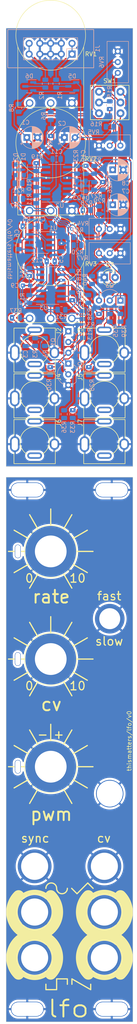
<source format=kicad_pcb>
(kicad_pcb (version 20221018) (generator pcbnew)
  (layers (0 "F.Cu" signal) (31 "B.Cu" signal) (34 "B.Paste" user) (35 "F.Paste" user) (36 "B.SilkS" user "B.Silkscreen") (37 "F.SilkS" user "F.Silkscreen") (38 "B.Mask" user) (39 "F.Mask" user) (44 "Edge.Cuts" user))
  (net 0 "")
  (net 1 "+12V")
  (net 2 "GND")
  (net 3 "-12V")
  (net 4 "/SYNC")
  (net 5 "Net-(C3-Pad2)")
  (net 6 "Net-(U1-TR)")
  (net 7 "Net-(U1-CV)")
  (net 8 "Net-(SW1A-A)")
  (net 9 "Net-(SW1A-C)")
  (net 10 "Net-(U3B--)")
  (net 11 "Net-(C9-Pad2)")
  (net 12 "Net-(U2C--)")
  (net 13 "Net-(C10-Pad2)")
  (net 14 "Net-(D1-K)")
  (net 15 "Net-(D1-A)")
  (net 16 "Net-(D2-A)")
  (net 17 "Net-(D3-A)")
  (net 18 "Net-(D5-COM)")
  (net 19 "Net-(D6-COM)")
  (net 20 "Net-(D7-A)")
  (net 21 "/FACE")
  (net 22 "Net-(J1-Pin_1)")
  (net 23 "Net-(J1-Pin_10)")
  (net 25 "/MOD")
  (net 27 "/SINE")
  (net 29 "/TRI")
  (net 31 "/RECT")
  (net 33 "/SAW")
  (net 35 "Net-(Q1-C)")
  (net 36 "Net-(Q1-B)")
  (net 37 "Net-(Q2-G)")
  (net 38 "Net-(Q3-B)")
  (net 39 "Net-(Q3-E)")
  (net 40 "Net-(R6-Pad1)")
  (net 41 "Net-(U2A--)")
  (net 42 "Net-(R7-Pad1)")
  (net 43 "/RATE")
  (net 44 "Net-(R9-Pad1)")
  (net 45 "Net-(U2A-+)")
  (net 46 "Net-(R11-Pad2)")
  (net 47 "Net-(U3A--)")
  (net 48 "Net-(SW1B-B)")
  (net 49 "Net-(R16-Pad1)")
  (net 50 "Net-(U3C--)")
  (net 51 "Net-(R24-Pad2)")
  (net 52 "Net-(U2D--)")
  (net 53 "Net-(R28-Pad2)")
  (net 54 "Net-(U3D--)")
  (net 55 "Net-(R32-Pad2)")
  (net 56 "/R_RECT")
  (net 57 "Net-(R34-Pad2)")
  (net 58 "Net-(R37-Pad1)")
  (net 59 "Net-(R38-Pad2)")
  (net 60 "/PW")
  (net 61 "Net-(SW1B-A)")
  (net 62 "Net-(SW1B-C)")
  (footprint "Eurorack:Mech-AudioJack-Hole-Output" (layer "F.Cu") (at 88.011 243.311)
    (fp_text reference "H11")
    (fp_text value "SINE-jack_out" hide)
  )
  (footprint "Eurorack:Potentiometer_RV16AF-41-15R1" (layer "F.Cu") (at 91.821 36.431)
    (fp_text reference "RV1")
    (fp_text value "B10K")
  )
  (footprint "Eurorack:Mech-AudioJack-Hole" (layer "F.Cu") (at 104.521 232.516)
    (fp_text reference "H10")
    (fp_text value "CV-jack_in" hide)
  )
  (footprint "Eurorack:AudioJack2_Tayda_A-2566" (layer "F.Cu") (at 104.521 110.726)
    (fp_text reference "J3")
    (fp_text value "AudioJack2_SwitchT")
  )
  (footprint "Eurorack:Mech-MountingHole" (layer "F.Cu") (at 86.266 143.716)
    (fp_text reference "H1")
    (fp_text value "MH")
  )
  (footprint "Eurorack:Mech-MountingHole" (layer "F.Cu") (at 106.266 143.716)
    (fp_text reference "H2")
    (fp_text value "MH")
  )
  (footprint "Eurorack:AudioJack2_Tayda_A-2566" (layer "F.Cu") (at 104.521 121.521)
    (fp_text reference "J5")
    (fp_text value "AudioJack2_SwitchT")
  )
  (footprint "Eurorack:Potentiometer_RV16AF-41-15R1" (layer "F.Cu") (at 91.821 87.231)
    (fp_text reference "RV3")
    (fp_text value "B10K")
  )
  (footprint "Eurorack:Mech-AudioJack-Hole" (layer "F.Cu") (at 88.011 232.516)
    (fp_text reference "H9")
    (fp_text value "SYNC-jack_in" hide)
  )
  (footprint "Eurorack:AudioJack2_Tayda_A-2566" (layer "F.Cu") (at 88.011 132.316)
    (fp_text reference "J6")
    (fp_text value "AudioJack2_SwitchT")
  )
  (footprint "Eurorack:Mech-AudioJack-Hole-Output" (layer "F.Cu") (at 88.011 254.106 180)
    (fp_text reference "H13")
    (fp_text value "RECT-jack_out" hide)
  )
  (footprint "Eurorack:Mech-LED-Hole-3mm-Bezel" (layer "F.Cu") (at 105.791 215.371)
    (fp_text reference "H8" hide)
    (fp_text value "LED")
  )
  (footprint "LED_THT:LED_D3.0mm" (layer "F.Cu") (at 104.521 93.581)
    (fp_text reference "D7")
    (fp_text value "LED")
  )
  (footprint "Eurorack:AudioJack2_Tayda_A-2566" (layer "F.Cu") (at 104.521 132.316)
    (fp_text reference "J7")
    (fp_text value "AudioJack2_SwitchT")
  )
  (footprint "Eurorack:Mech-Potentiometer-Hole_pan" (layer "F.Cu") (at 91.821 209.021)
    (fp_text reference "H7")
    (fp_text value "PW-pot" hide)
  )
  (footprint "Eurorack:Mech-2M_Switch-Hole" (layer "F.Cu") (at 105.791 174.096)
    (fp_text reference "H15" hide)
    (fp_text value "RANGE")
  )
  (footprint "Eurorack:AudioJack2_Tayda_A-2566" (layer "F.Cu") (at 88.011 121.521)
    (fp_text reference "J4")
    (fp_text value "AudioJack2_SwitchT")
  )
  (footprint "Eurorack:Mech-Potentiometer-Hole_level" (layer "F.Cu") (at 91.821 158.221)
    (fp_text reference "H5")
    (fp_text value "Rate-pot_lvl" hide)
  )
  (footprint "Eurorack:AudioJack2_Tayda_A-2566" (layer "F.Cu") (at 88.011 110.726)
    (fp_text reference "J2")
    (fp_text value "AudioJack2_SwitchT")
  )
  (footprint "Eurorack:Mech-AudioJack-Hole-Output" (layer "F.Cu") (at 104.521 243.311)
    (fp_text reference "H12")
    (fp_text value "TRI-jack_out" hide)
  )
  (footprint "Eurorack:Mech-MountingHole" (layer "F.Cu") (at 86.266 266.216)
    (fp_text reference "H4")
    (fp_text value "MH")
  )
  (footprint "Eurorack:Mech-MountingHole" (layer "F.Cu") (at 106.266 266.216)
    (fp_text reference "H3")
    (fp_text value "MH")
  )
  (footprint "Eurorack:Potentiometer_RV16AF-41-15R1" (layer "F.Cu") (at 91.821 61.831)
    (fp_text reference "RV2")
    (fp_text value "B50K")
  )
  (footprint "Eurorack:Mech-Potentiometer-Hole_level" (layer "F.Cu") (at 91.821 183.621)
    (fp_text reference "H6")
    (fp_text value "FM-pot_lvl" hide)
  )
  (footprint "Eurorack:Mech-AudioJack-Hole-Output" (layer "F.Cu") (at 104.521 254.106 180)
    (fp_text reference "H14")
    (fp_text value "SAW-jack_out" hide)
  )
  (footprint "Eurorack:Switch_DPDT_Tayda_A-5752" (layer "F.Cu") (at 105.791 52.306)
    (fp_text reference "SW1")
    (fp_text value "SW_DPDT_x2")
  )
  (footprint "Resistor_SMD:R_0805_2012Metric" (layer "B.Cu") (at 102.108 68.181 90)
    (fp_text reference "R24")
    (fp_text value "150K")
  )
  (footprint "Capacitor_SMD:C_0805_2012Metric" (layer "B.Cu") (at 84.201 85.961 90)
    (fp_text reference "C6")
    (fp_text value "10n")
  )
  (footprint "Resistor_SMD:R_0805_2012Metric" (layer "B.Cu") (at 99.441 106.916 90)
    (fp_text reference "R13")
    (fp_text value "820")
  )
  (footprint "Resistor_SMD:R_0805_2012Metric" (layer "B.Cu") (at 105.791 103.106 90)
    (fp_text reference "R35")
    (fp_text value "4.7K")
  )
  (footprint "Resistor_SMD:R_0805_2012Metric" (layer "B.Cu") (at 88.392 67.546 -90)
    (fp_text reference "R19")
    (fp_text value "100K")
  )
  (footprint "Resistor_SMD:R_0805_2012Metric" (layer "B.Cu") (at 91.821 55.481 -90)
    (fp_text reference "R6")
    (fp_text value "100K")
  )
  (footprint "Resistor_SMD:R_0805_2012Metric" (layer "B.Cu") (at 88.392 75.166 -90)
    (fp_text reference "R11")
    (fp_text value "100K")
  )
  (footprint "Resistor_SMD:R_0805_2012Metric" (layer "B.Cu") (at 91.821 59.291 90)
    (fp_text reference "R9")
    (fp_text value "100K")
  )
  (footprint "Resistor_SMD:R_0805_2012Metric" (layer "B.Cu") (at 84.328 75.039)
    (fp_text reference "R7")
    (fp_text value "100K")
  )
  (footprint "Resistor_SMD:R_0805_2012Metric" (layer "B.Cu") (at 103.251 77.706 90)
    (fp_text reference "R29")
    (fp_text value "1.5K")
  )
  (footprint "Capacitor_THT:CP_Radial_D5.0mm_P2.50mm" (layer "B.Cu") (at 106.490888 68.181)
    (fp_text reference "C8")
    (fp_text value "1u/35V")
  )
  (footprint "Resistor_SMD:R_0805_2012Metric" (layer "B.Cu") (at 84.201 53.576 -90)
    (fp_text reference "R8")
    (fp_text value "12K")
  )
  (footprint "Resistor_SMD:R_0805_2012Metric" (layer "B.Cu") (at 102.108 71.991 90)
    (fp_text reference "R27")
    (fp_text value "22K")
  )
  (footprint "Resistor_SMD:R_0805_2012Metric" (layer "B.Cu") (at 99.314 102.471 -90)
    (fp_text reference "R38")
    (fp_text value "15K")
  )
  (footprint "Resistor_SMD:R_0805_2012Metric" (layer "B.Cu") (at 104.14 71.991 90)
    (fp_text reference "R26")
    (fp_text value "150K")
  )
  (footprint "Resistor_SMD:R_0805_2012Metric" (layer "B.Cu") (at 90.551 47.861 90)
    (fp_text reference "R2")
    (fp_text value "10")
  )
  (footprint "Resistor_SMD:R_0805_2012Metric" (layer "B.Cu") (at 86.741 98.661 -90)
    (fp_text reference "R17")
    (fp_text value "200K")
  )
  (footprint "Diode_SMD:D_SOD-323_HandSoldering" (layer "B.Cu") (at 98.044 71.991 -90)
    (fp_text reference "D3")
    (fp_text value "1N4148")
  )
  (footprint "Potentiometer_THT:Potentiometer_Bourns_3296W_Vertical" (layer "B.Cu") (at 103.241 87.866 180)
    (fp_text reference "RV7")
    (fp_text value "50K")
  )
  (footprint "Capacitor_SMD:C_0805_2012Metric" (layer "B.Cu") (at 91.821 89.771)
    (fp_text reference "C12")
    (fp_text value "100n")
  )
  (footprint "Capacitor_SMD:C_0603_1608Metric_Pad1.08x0.95mm_HandSolder" (layer "B.Cu") (at 86.106 95.486 180)
    (fp_text reference "C9")
    (fp_text value "120p")
  )
  (footprint "Resistor_SMD:R_0805_2012Metric" (layer "B.Cu") (at 100.711 98.661 -90)
    (fp_text reference "R12")
    (fp_text value "27K")
  )
  (footprint "Package_TO_SOT_SMD:SOT-23" (layer "B.Cu") (at 86.741 48.496 180)
    (fp_text reference "D6")
    (fp_text value "BAT54S")
  )
  (footprint "Resistor_SMD:R_0805_2012Metric" (layer "B.Cu") (at 96.901 98.026 -90)
    (fp_text reference "R32")
    (fp_text value "100K")
  )
  (footprint "Resistor_SMD:R_0805_2012Metric" (layer "B.Cu") (at 105.791 58.021)
    (fp_text reference "R16")
    (fp_text value "2.7K")
  )
  (footprint "Resistor_SMD:R_0805_2012Metric" (layer "B.Cu") (at 108.331 103.106 -90)
    (fp_text reference "R39")
    (fp_text value "47K")
  )
  (footprint "Resistor_SMD:R_0805_2012Metric" (layer "B.Cu") (at 90.424 108.821 -90)
    (fp_text reference "R4")
    (fp_text value "100K")
  )
  (footprint "Resistor_SMD:R_0805_2012Metric" (layer "B.Cu") (at 86.741 92.311 -90)
    (fp_text reference "R14")
    (fp_text value "100K")
  )
  (footprint "Resistor_SMD:R_0805_2012Metric" (layer "B.Cu") (at 98.171 85.961)
    (fp_text reference "R20")
    (fp_text value "100K")
  )
  (footprint "Potentiometer_THT:Potentiometer_Bourns_3296W_Vertical" (layer "B.Cu") (at 107.696 40.231 90)
    (fp_text reference "RV6")
    (fp_text value "10K")
  )
  (footprint "Capacitor_THT:CP_Radial_D5.0mm_P2.50mm" (layer "B.Cu") (at 95.060888 60.561)
    (fp_text reference "C2")
    (fp_text value "22u/35V")
  )
  (footprint "Resistor_SMD:R_0805_2012Metric" (layer "B.Cu") (at 93.091 47.861 90)
    (fp_text reference "R1")
    (fp_text value "10")
  )
  (footprint "Resistor_SMD:R_0805_2012Metric" (layer "B.Cu") (at 103.251 103.106 -90)
    (fp_text reference "R34")
    (fp_text value "10K")
  )
  (footprint "Capacitor_SMD:C_0805_2012Metric" (layer "B.Cu") (at 93.218 65.641)
    (fp_text reference "C11")
    (fp_text value "100n")
  )
  (footprint "Potentiometer_THT:Potentiometer_Bourns_3296W_Vertical" (layer "B.Cu") (at 103.241 62.466 180)
    (fp_text reference "RV5")
    (fp_text value "10K")
  )
  (footprint "Resistor_SMD:R_0805_2012Metric" (layer "B.Cu") (at 101.6 94.216 90)
    (fp_text reference "R40")
    (fp_text value "1K")
  )
  (footprint "Diode_SMD:D_SOD-323_HandSoldering" (layer "B.Cu") (at 83.566 68.181 -90)
    (fp_text reference "D2")
    (fp_text value "1N4148")
  )
  (footprint "Potentiometer_THT:Potentiometer_Bourns_3296W_Vertical" (layer "B.Cu") (at 103.241 82.151 180)
    (fp_text reference "RV4")
    (fp_text value "50K")
  )
  (footprint "Resistor_SMD:R_0805_2012Metric" (layer "B.Cu") (at 100.33 77.706 180)
    (fp_text reference "R28")
    (fp_text value "15K")
  )
  (footprint "Resistor_SMD:R_0805_2012Metric" (layer "B.Cu") (at 91.694 115.679 90)
    (fp_text reference "R30")
    (fp_text value "1K")
  )
  (footprint "Resistor_SMD:R_0805_2012Metric" (layer "B.Cu") (at 94.361 101.201)
    (fp_text reference "R31")
    (fp_text value "100K")
  )
  (footprint "Diode_SMD:D_SOD-323_HandSoldering" (layer "B.Cu") (at 100.076 71.991 90)
    (fp_text reference "D4")
    (fp_text value "1N4148")
  )
  (footprint "Package_TO_SOT_SMD:SOT-23" (layer "B.Cu") (at 96.901 48.496 180)
    (fp_text reference "D5")
    (fp_text value "BAT54S")
  )
  (footprint "Package_TO_SOT_THT:TO-92_Inline_Wide" (layer "B.Cu") (at 108.331 99.021 180)
    (fp_text reference "Q3")
    (fp_text value "BC547")
  )
  (footprint "Capacitor_SMD:C_0805_2012Metric" (layer "B.Cu") (at 94.361 86.469 90)
    (fp_text reference "C5")
    (fp_text value "100n")
  )
  (footprint "Capacitor_SMD:C_0805_2012Metric" (layer "B.Cu") (at 85.852 108.821 -90)
    (fp_text reference "C3")
    (fp_text value "10n")
  )
  (footprint "Package_TO_SOT_THT:TO-92_Inline_Wide" (layer "B.Cu") (at 95.991 113.901 -90)
    (fp_text reference "Q2")
    (fp_text value "BS170")
  )
  (footprint "Package_SO:SOIC-14_3.9x8.7mm_P1.27mm" (layer "B.Cu") (at 93.218 71.356)
    (fp_text reference "U2")
    (fp_text value "TL074")
  )
  (footprint "Package_SO:SOIC-14_3.9x8.7mm_P1.27mm" (layer "B.Cu") (at 91.821 95.486)
    (fp_text reference "U3")
    (fp_text value "TL074")
  )
  (footprint "Resistor_SMD:R_0805_2012Metric" (layer "B.Cu") (at 84.201 71.356 180)
    (fp_text reference "R21")
    (fp_text value "100K")
  )
  (footprint "Capacitor_SMD:C_0805_2012Metric" (layer "B.Cu") (at 100.076 68.181 90)
    (fp_text reference "C10")
    (fp_text value "1n")
  )
  (footprint "Capacitor_SMD:C_0805_2012Metric" (layer "B.Cu") (at 89.662 81.516 180)
    (fp_text reference "C4")
    (fp_text value "47n")
  )
  (footprint "Eurorack:PinHeader_2x05_P2.54mm_Vertical" (layer "B.Cu") (at 96.8629 40.8887 90)
    (fp_text reference "J1")
    (fp_text value "Conn_02x05_Odd_Even")
  )
  (footprint "Resistor_SMD:R_0805_2012Metric" (layer "B.Cu") (at 100.838 115.679 90)
    (fp_text reference "R25")
    (fp_text value "1K")
  )
  (footprint "Resistor_SMD:R_0805_2012Metric" (layer "B.Cu") (at 96.901 92.946 -90)
    (fp_text reference "R18")
    (fp_text value "10K")
  )
  (footprint "Resistor_SMD:R_0805_2012Metric" (layer "B.Cu") (at 88.392 71.356 -90)
    (fp_text reference "R10")
    (fp_text value "8.2K")
  )
  (footprint "Resistor_SMD:R_0805_2012Metric" (layer "B.Cu") (at 98.171 84.056 180)
    (fp_text reference "R22")
    (fp_text value "50K")
  )
  (footprint "Capacitor_THT:CP_Radial_D5.0mm_P2.50mm" (layer "B.Cu") (at 86.170887 60.561)
    (fp_text reference "C1")
    (fp_text value "22u/35V")
  )
  (footprint "Resistor_SMD:R_0805_2012Metric" (layer "B.Cu") (at 97.028 125.839 90)
    (fp_text reference "R33")
    (fp_text value "1K")
  )
  (footprint "Resistor_SMD:R_0805_2012Metric" (layer "B.Cu") (at 86.106 81.516)
    (fp_text reference "R5")
    (fp_text value "1K")
  )
  (footprint "Resistor_SMD:R_0805_2012Metric" (layer "B.Cu") (at 88.138 108.821 -90)
    (fp_text reference "R3")
    (fp_text value "10K")
  )
  (footprint "Package_TO_SOT_THT:TO-92_Inline_Wide" (layer "B.Cu") (at 95.991 106.281 -90)
    (fp_text reference "Q1")
    (fp_text value "BC557")
  )
  (footprint "Resistor_SMD:R_0805_2012Metric" (layer "B.Cu") (at 94.996 125.839 90)
    (fp_text reference "R36")
    (fp_text value "1K")
  )
  (footprint "Resistor_SMD:R_0805_2012Metric" (layer "B.Cu") (at 83.566 103.106 180)
    (fp_text reference "R37")
    (fp_text value "15K")
  )
  (footprint "Resistor_SMD:R_0805_2012Metric" (layer "B.Cu") (at 105.791 52.941 90)
    (fp_text reference "R15")
    (fp_text value "100K")
  )
  (footprint "Diode_SMD:D_SOD-323_HandSoldering" (layer "B.Cu") (at 85.471 68.181 90)
    (fp_text reference "D1")
    (fp_text value "1N4148")
  )
  (footprint "Package_SO:SOIC-8_3.9x4.9mm_P1.27mm" (layer "B.Cu") (at 89.281 85.326 180)
    (fp_text reference "U1")
    (fp_text value "ICM7555xB")
  )
  (footprint "Resistor_SMD:R_0805_2012Metric" (layer "B.Cu") (at 98.044 68.181 90)
    (fp_text reference "R23")
    (fp_text value "200K")
  )
  (footprint "Capacitor_THT:CP_Radial_D5.0mm_P2.50mm" (layer "B.Cu") (at 106.490887 76.436)
    (fp_text reference "C7")
    (fp_text value "10u/35V")
  )
  (gr_line (start 95.758 259.08) (end 95.758 260.35) (stroke (width 0.3)) (layer "F.SilkS"))
  (gr_line (start 93.218 261.62) (end 93.218 259.08) (stroke (width 0.3)) (layer "F.SilkS"))
  (gr_line (start 96.8375 259.08) (end 101.2825 261.62) (stroke (width 0.3)) (layer "F.SilkS"))
  (gr_line (start 96.774 237.7186) (end 98.044 238.9886) (stroke (width 0.3)) (layer "F.SilkS"))
  (gr_line (start 90.678 261.62) (end 93.218 261.62) (stroke (width 0.3)) (layer "F.SilkS"))
  (gr_line (start 90.678 260.35) (end 90.678 261.62) (stroke (width 0.3)) (layer "F.SilkS"))
  (gr_line (start 98.044 238.9886) (end 100.584 236.4486) (stroke (width 0.3)) (layer "F.SilkS"))
  (gr_arc (start 95.758 237.7186) (mid 94.488 238.9886) (end 93.218 237.7186) (stroke (width 0.3)) (layer "F.SilkS"))
  (gr_line (start 93.218 259.08) (end 95.758 259.08) (stroke (width 0.3)) (layer "F.SilkS"))
  (gr_line (start 96.8375 260.35) (end 96.8375 259.08) (stroke (width 0.3)) (layer "F.SilkS"))
  (gr_line (start 101.2825 261.62) (end 101.2825 260.35) (stroke (width 0.3)) (layer "F.SilkS"))
  (gr_arc (start 90.678 237.7186) (mid 91.948 236.4486) (end 93.218 237.7186) (stroke (width 0.3)) (layer "F.SilkS"))
  (gr_line (start 100.584 236.4486) (end 101.854 237.7186) (stroke (width 0.3)) (layer "F.SilkS"))
  (gr_rect (start 81.266 140.716) (end 111.266 269.216) (stroke (width 0.1)) (fill none) (layer "Edge.Cuts"))
  (gr_rect (start 81.266 34.78) (end 111.266 138.176) (stroke (width 0.1)) (fill none) (layer "Edge.Cuts"))
  (gr_text "thismatters/lfo/v0" (at 81.534 86.868 -90) (layer "B.SilkS") (effects (font (size 1 1)) (justify bottom mirror)))
  (gr_text "fast" (at 105.664 169.926) (layer "F.SilkS") (effects (font (size 2 2) (thickness 0.3)) (justify bottom)))
  (gr_text "thismatters/lfo/v0" (at 110.998 202.946 90) (layer "F.SilkS") (effects (font (size 1 1)) (justify bottom)))
  (gr_text "lfo" (at 96.012 268.478) (layer "F.SilkS") (effects (font (size 4 5) (thickness 0.45)) (justify bottom)))
  (gr_text "cv" (at 91.948 196.088) (layer "F.SilkS") (effects (font (size 3 3) (thickness 0.45)) (justify bottom)))
  (gr_text "pwm" (at 91.948 221.996) (layer "F.SilkS") (effects (font (size 3 3) (thickness 0.45)) (justify bottom)))
  (gr_text "cv" (at 104.394 227.076) (layer "F.SilkS") (effects (font (size 2 2) (thickness 0.3) bold) (justify bottom)))
  (gr_text "sync" (at 88.138 227.076) (layer "F.SilkS") (effects (font (size 2 2) (thickness 0.3) bold) (justify bottom)))
  (gr_text "rate" (at 91.948 170.688) (layer "F.SilkS") (effects (font (size 3 3) (thickness 0.45)) (justify bottom)))
  (gr_text "slow" (at 105.664 180.594) (layer "F.SilkS") (effects (font (size 2 2) (thickness 0.3)) (justify bottom)))
  (segment (start 103.241 80.49) (end 103.241 82.151) (width 0.25) (layer "F.Cu") (net 1))
  (segment (start 92.546 59.602396) (end 94.185396 57.963) (width 0.25) (layer "F.Cu") (net 1))
  (segment (start 92.546 61.196) (end 92.546 59.602396) (width 0.25) (layer "F.Cu") (net 1))
  (segment (start 94.185396 57.963) (end 97.732 57.963) (width 0.25) (layer "F.Cu") (net 1))
  (segment (start 97.732 57.963) (end 100.584 60.815) (width 0.25) (layer "F.Cu") (net 1))
  (segment (start 104.865 68.943) (end 104.865 71.483) (width 0.25) (layer "F.Cu") (net 1))
  (segment (start 95.824604 111.361) (end 93.247604 113.938) (width 0.25) (layer "F.Cu") (net 1))
  (segment (start 86.170887 62.657887) (end 86.170887 60.561) (width 0.25) (layer "F.Cu") (net 1))
  (segment (start 104.357 71.991) (end 103.863896 71.991) (width 0.25) (layer "F.Cu") (net 1))
  (segment (start 103.241 87.866) (end 108.331 92.956) (width 0.25) (layer "F.Cu") (net 1))
  (segment (start 108.331 92.956) (end 108.331 99.021) (width 0.25) (layer "F.Cu") (net 1))
  (segment (start 89.117 64.625) (end 89.117 67.652) (width 0.25) (layer "F.Cu") (net 1))
  (segment (start 95.991 111.361) (end 95.824604 111.361) (width 0.25) (layer "F.Cu") (net 1))
  (segment (start 90.871 89.771) (end 90.871 94.8885) (width 0.25) (layer "F.Cu") (net 1))
  (segment (start 103.863896 71.991) (end 101.721 74.133896) (width 0.25) (layer "F.Cu") (net 1))
  (segment (start 104.865 71.483) (end 104.357 71.991) (width 0.25) (layer "F.Cu") (net 1))
  (segment (start 88.842 87.742) (end 90.871 89.771) (width 0.25) (layer "F.Cu") (net 1))
  (segment (start 91.294 113.938) (end 84.45225 107.09625) (width 0.25) (layer "F.Cu") (net 1))
  (segment (start 100.584 60.815) (end 100.584 64.662) (width 0.25) (layer "F.Cu") (net 1))
  (segment (start 101.721 74.133896) (end 101.721 78.97) (width 0.25) (layer "F.Cu") (net 1))
  (segment (start 82.6535 103.106) (end 84.45225 104.90475) (width 0.25) (layer "F.Cu") (net 1))
  (segment (start 101.721 78.97) (end 103.241 80.49) (width 0.25) (layer "F.Cu") (net 1))
  (segment (start 103.241 87.866) (end 103.241 82.151) (width 0.25) (layer "F.Cu") (net 1))
  (segment (start 84.45225 107.09625) (end 84.45225 104.90475) (width 0.25) (layer "F.Cu") (net 1))
  (segment (start 93.247604 113.938) (end 91.294 113.938) (width 0.25) (layer "F.Cu") (net 1))
  (segment (start 90.871 94.8885) (end 82.6535 103.106) (width 0.25) (layer "F.Cu") (net 1))
  (segment (start 100.584 64.662) (end 104.865 68.943) (width 0.25) (layer "F.Cu") (net 1))
  (segment (start 88.138 64.625) (end 86.170887 62.657887) (width 0.25) (layer "F.Cu") (net 1))
  (segment (start 89.117 64.625) (end 92.546 61.196) (width 0.25) (layer "F.Cu") (net 1))
  (segment (start 88.842 67.927) (end 88.842 87.742) (width 0.25) (layer "F.Cu") (net 1))
  (segment (start 89.117 64.625) (end 88.138 64.625) (width 0.25) (layer "F.Cu") (net 1))
  (segment (start 89.117 67.652) (end 88.842 67.927) (width 0.25) (layer "F.Cu") (net 1))
  (via (at 82.6535 103.106) (size 0.8) (drill 0.4) (layers "F.Cu" "B.Cu") (net 1))
  (via (at 90.871 89.771) (size 0.8) (drill 0.4) (layers "F.Cu" "B.Cu") (net 1))
  (segment (start 87.978499 49.745999) (end 87.6785 49.446) (width 0.25) (layer "B.Cu") (net 1))
  (segment (start 83.176 57.566113) (end 86.170887 60.561) (width 0.25) (layer "B.Cu") (net 1))
  (segment (start 86.806 83.421) (end 88.874604 83.421) (width 0.25) (layer "B.Cu") (net 1))
  (segment (start 97.5385 49.746) (end 87.978499 49.745999) (width 0.25) (layer "B.Cu") (net 1))
  (segment (start 90.871 89.771) (end 90.871 88.116) (width 0.25) (layer "B.Cu") (net 1))
  (segment (start 90.871 89.771) (end 90.871 94.341908) (width 0.25) (layer "B.Cu") (net 1))
  (segment (start 83.176 53.6885) (end 83.176 57.566113) (width 0.25) (layer "B.Cu") (net 1))
  (segment (start 97.8385 49.446) (end 97.5385 49.746) (width 0.25) (layer "B.Cu") (net 1))
  (segment (start 88.874604 83.421) (end 90.456 85.002396) (width 0.25) (layer "B.Cu") (net 1))
  (segment (start 84.461 52.6635) (end 87.6785 49.446) (width 0.25) (layer "B.Cu") (net 1))
  (segment (start 92.268 65.641) (end 91.250887 65.641) (width 0.25) (layer "B.Cu") (net 1))
  (segment (start 91.756 87.231) (end 94.173 87.231) (width 0.25) (layer "B.Cu") (net 1))
  (segment (start 84.201 52.6635) (end 83.176 53.6885) (width 0.25) (layer "B.Cu") (net 1))
  (segment (start 90.871 94.341908) (end 89.726908 95.486) (width 0.25) (layer "B.Cu") (net 1))
  (segment (start 95.991 111.361) (end 99.441 107.911) (width 0.25) (layer "B.Cu") (net 1))
  (segment (start 92.268 70.805999) (end 92.268 65.641) (width 0.25) (layer "B.Cu") (net 1))
  (segment (start 90.743 71.356) (end 91.717999 71.356) (width 0.25) (layer "B.Cu") (net 1))
  (segment (start 90.781001 87.231) (end 91.756 87.231) (width 0.25) (layer "B.Cu") (net 1))
  (segment (start 90.456 86.905999) (end 90.781001 87.231) (width 0.25) (layer "B.Cu") (net 1))
  (segment (start 90.456 85.002396) (end 90.456 86.905999) (width 0.25) (layer "B.Cu") (net 1))
  (segment (start 91.250887 65.641) (end 86.170887 60.561) (width 0.25) (layer "B.Cu") (net 1))
  (segment (start 90.871 88.116) (end 91.756 87.231) (width 0.25) (layer "B.Cu") (net 1))
  (segment (start 91.717999 71.356) (end 92.268 70.805999) (width 0.25) (layer "B.Cu") (net 1))
  (segment (start 93.861062 90.449237) (end 91.44 92.870299) (width 0.25) (layer "F.Cu") (net 2))
  (segment (start 90.743 70.086) (end 89.916 70.913) (width 0.25) (layer "F.Cu") (net 2))
  (segment (start 91.44 96.121) (end 90.932 96.629) (width 0.25) (layer "F.Cu") (net 2))
  (segment (start 94.361 80.291) (end 94.361 85.519) (width 0.25) (layer "F.Cu") (net 2))
  (segment (start 89.916 86.106) (end 89.916 86.5565) (width 0.25) (layer "F.Cu") (net 2))
  (segment (start 96.43628 109.896) (end 97.536 108.79628) (width 0.25) (layer "F.Cu") (net 2))
  (segment (start 97.536 108.79628) (end 97.536 105.156) (width 0.25) (layer "F.Cu") (net 2))
  (segment (start 94.361 80.291) (end 94.361 83.741) (width 0.25) (layer "F.Cu") (net 2))
  (segment (start 95.060888 69.453888) (end 95.693 70.086) (width 0.25) (layer "F.Cu") (net 2))
  (segment (start 96.821 77.831) (end 94.361 80.291) (width 0.25) (layer "F.Cu") (net 2))
  (segment (start 91.44 92.870299) (end 91.44 96.121) (width 0.25) (layer "F.Cu") (net 2))
  (segment (start 93.861062 86.018938) (end 93.861062 90.449237) (width 0.25) (layer "F.Cu") (net 2))
  (segment (start 95.693 70.086) (end 90.743 70.086) (width 0.25) (layer "F.Cu") (net 2))
  (segment (start 89.916 70.913) (end 89.916 86.106) (width 0.25) (layer "F.Cu") (net 2))
  (segment (start 92.711 111.326) (end 94.141 109.896) (width 0.25) (layer "F.Cu") (net 2))
  (segment (start 95.060888 60.561) (end 95.060888 69.453888) (width 0.25) (layer "F.Cu") (net 2))
  (segment (start 89.916 86.5565) (end 89.7315 86.741) (width 0.25) (layer "F.Cu") (net 2))
  (segment (start 94.361 85.519) (end 93.861062 86.018938) (width 0.25) (layer "F.Cu") (net 2))
  (segment (start 94.141 109.896) (end 96.43628 109.896) (width 0.25) (layer "F.Cu") (net 2))
  (via (at 95.693 70.086) (size 0.8) (drill 0.4) (layers "F.Cu" "B.Cu") (net 2))
  (via (at 89.7315 86.741) (size 0.8) (drill 0.4) (layers "F.Cu" "B.Cu") (net 2))
  (via (at 94.361 85.519) (size 0.8) (drill 0.4) (layers "F.Cu" "B.Cu") (net 2))
  (via (at 97.536 105.156) (size 0.8) (drill 0.4) (layers "F.Cu" "B.Cu") (net 2))
  (via (at 90.932 96.629) (size 0.8) (drill 0.4) (layers "F.Cu" "B.Cu") (net 2))
  (via (at 90.743 70.086) (size 0.8) (drill 0.4) (layers "F.Cu" "B.Cu") (net 2))
  (segment (start 91.1185 109.7335) (end 92.711 111.326) (width 0.25) (layer "B.Cu") (net 2))
  (segment (start 91.756 83.421) (end 94.041 83.421) (width 0.25) (layer "B.Cu") (net 2))
  (segment (start 94.361 83.741) (end 94.361 85.519) (width 0.25) (layer "B.Cu") (net 2))
  (segment (start 94.296 96.756) (end 93.321001 96.756) (width 0.25) (layer "B.Cu") (net 2))
  (segment (start 108.896 44.266) (end 106.356 44.266) (width 0.25) (layer "B.Cu") (net 2))
  (segment (start 95.693 70.086) (end 97.389 70.086) (width 0.25) (layer "B.Cu") (net 2))
  (segment (start 109.601 43.561) (end 108.896 44.266) (width 0.25) (layer "B.Cu") (net 2))
  (segment (start 90.932 96.629) (end 89.473 96.629) (width 0.25) (layer "B.Cu") (net 2))
  (segment (start 109.221 107.4485) (end 109.221 111.326) (width 0.25) (layer "B.Cu") (net 2))
  (segment (start 98.044 70.741) (end 100.076 70.741) (width 0.25) (layer "B.Cu") (net 2))
  (segment (start 108.990888 68.181) (end 108.990887 76.436) (width 0.25) (layer "B.Cu") (net 2))
  (segment (start 105.791 104.0185) (end 109.221 107.4485) (width 0.25) (layer "B.Cu") (net 2))
  (segment (start 97.389 70.086) (end 98.044 70.741) (width 0.25) (layer "B.Cu") (net 2))
  (segment (start 107.696 40.231) (end 109.601 42.136) (width 0.25) (layer "B.Cu") (net 2))
  (segment (start 93.321001 96.756) (end 91.946 95.380999) (width 0.25) (layer "B.Cu") (net 2))
  (segment (start 106.356 44.266) (end 105.791 44.831) (width 0.25) (layer "B.Cu") (net 2))
  (segment (start 94.041 83.421) (end 94.361 83.741) (width 0.25) (layer "B.Cu") (net 2))
  (segment (start 109.601 42.136) (end 109.601 43.561) (width 0.25) (layer "B.Cu") (net 2))
  (segment (start 100.076 70.741) (end 101.7705 70.741) (width 0.25) (layer "B.Cu") (net 2))
  (segment (start 90.743 70.086) (end 88.7495 70.086) (width 0.25) (layer "B.Cu") (net 2))
  (segment (start 90.424 109.7335) (end 91.1185 109.7335) (width 0.25) (layer "B.Cu") (net 2))
  (segment (start 93.726 77.071) (end 97.560888 73.236112) (width 0.25) (layer "F.Cu") (net 3))
  (segment (start 92.7362 89.7362) (end 92.7362 80.373) (width 0.25) (layer "F.Cu") (net 3))
  (segment (start 97.560888 73.236112) (end 97.560888 60.561) (width 0.25) (layer "F.Cu") (net 3))
  (segment (start 93.726 79.3832) (end 93.726 77.071) (width 0.25) (layer "F.Cu") (net 3))
  (segment (start 92.7362 80.373) (end 93.726 79.3832) (width 0.25) (layer "F.Cu") (net 3))
  (via (at 92.7362 89.7362) (size 0.8) (drill 0.4) (layers "F.Cu" "B.Cu") (net 3))
  (segment (start 87.6785 47.546) (end 87.978499 47.845999) (width 0.25) (layer "B.Cu") (net 3))
  (segment (start 98.901 59.220888) (end 97.560888 60.561) (width 0.25) (layer "B.Cu") (net 3))
  (segment (start 104.1635 60.561) (end 106.7035 58.021) (width 0.25) (layer "B.Cu") (net 3))
  (segment (start 97.560888 60.561) (end 104.1635 60.561) (width 0.25) (layer "B.Cu") (net 3))
  (segment (start 96.8061 95.486) (end 98.376 97.0559) (width 0.25) (layer "B.Cu") (net 3))
  (segment (start 98.901 48.6085) (end 98.901 59.220888) (width 0.25) (layer "B.Cu") (net 3))
  (segment (start 87.978499 47.845999) (end 97.5385 47.846) (width 0.25) (layer "B.Cu") (net 3))
  (segment (start 98.376 97.0559) (end 98.376 100.6205) (width 0.25) (layer "B.Cu") (net 3))
  (segment (start 94.718001 71.356) (end 94.168 70.805999) (width 0.25) (layer "B.Cu") (net 3))
  (segment (start 92.771 89.771) (end 92.771 94.935999) (width 0.25) (layer "B.Cu") (net 3))
  (segment (start 97.8385 47.546) (end 98.901 48.6085) (width 0.25) (layer "B.Cu") (net 3))
  (segment (start 93.321001 95.486) (end 94.296 95.486) (width 0.25) (layer "B.Cu") (net 3))
  (segment (start 92.771 94.935999) (end 93.321001 95.486) (width 0.25) (layer "B.Cu") (net 3))
  (segment (start 94.168 63.953888) (end 97.560888 60.561) (width 0.25) (layer "B.Cu") (net 3))
  (segment (start 94.168 70.805999) (end 94.168 65.641) (width 0.25) (layer "B.Cu") (net 3))
  (segment (start 98.376 100.6205) (end 99.314 101.5585) (width 0.25) (layer "B.Cu") (net 3))
  (segment (start 96.8061 95.486) (end 94.296 95.486) (width 0.25) (layer "B.Cu") (net 3))
  (segment (start 97.5385 47.846) (end 97.8385 47.546) (width 0.25) (layer "B.Cu") (net 3))
  (segment (start 94.168 65.641) (end 94.168 63.953888) (width 0.25) (layer "B.Cu") (net 3))
  (segment (start 95.693 71.356) (end 94.718001 71.356) (width 0.25) (layer "B.Cu") (net 3))
  (segment (start 87.797 105.926) (end 85.852 107.871) (width 0.25) (layer "B.Cu") (net 4))
  (segment (start 85.852 109.771) (end 88.1005 109.771) (width 0.25) (layer "B.Cu") (net 5))
  (segment (start 88.712 82.622) (end 90.781001 84.691) (width 0.25) (layer "B.Cu") (net 6))
  (segment (start 88.712 81.516) (end 88.712 82.622) (width 0.25) (layer "B.Cu") (net 6))
  (segment (start 91.756 84.691) (end 90.781001 84.691) (width 0.25) (layer "B.Cu") (net 6))
  (segment (start 87.0185 81.516) (end 88.712 81.516) (width 0.25) (layer "B.Cu") (net 6))
  (segment (start 84.201 86.911) (end 86.486 86.911) (width 0.25) (layer "B.Cu") (net 7))
  (segment (start 86.486 86.911) (end 86.806 87.231) (width 0.25) (layer "B.Cu") (net 7))
  (segment (start 110.49 65.761112) (end 110.49 54.587) (width 0.25) (layer "F.Cu") (net 8))
  (segment (start 109.606 51.041) (end 108.331 49.766) (width 0.25) (layer "F.Cu") (net 8))
  (segment (start 106.490887 74.386001) (end 110.744 70.132888) (width 0.25) (layer "F.Cu") (net 8))
  (segment (start 110.744 66.015112) (end 110.49 65.761112) (width 0.25) (layer "F.Cu") (net 8))
  (segment (start 109.606 53.703) (end 109.606 51.041) (width 0.25) (layer "F.Cu") (net 8))
  (segment (start 106.490887 76.436) (end 106.490887 74.386001) (width 0.25) (layer "F.Cu") (net 8))
  (segment (start 110.49 54.587) (end 109.606 53.703) (width 0.25) (layer "F.Cu") (net 8))
  (segment (start 110.744 70.132888) (end 110.744 66.015112) (width 0.25) (layer "F.Cu") (net 8))
  (segment (start 107.188 67.483888) (end 107.188 57.259) (width 0.25) (layer "F.Cu") (net 9))
  (segment (start 106.490888 68.181) (end 107.188 67.483888) (width 0.25) (layer "F.Cu") (net 9))
  (segment (start 108.331 56.116) (end 108.331 54.846) (width 0.25) (layer "F.Cu") (net 9))
  (segment (start 107.188 57.259) (end 108.331 56.116) (width 0.25) (layer "F.Cu") (net 9))
  (segment (start 89.346 91.676) (end 87.0185 91.676) (width 0.25) (layer "B.Cu") (net 10))
  (segment (start 89.346 92.946) (end 89.346 91.676) (width 0.25) (layer "B.Cu") (net 10))
  (segment (start 87.503 95.486) (end 88.646 94.343) (width 0.25) (layer "F.Cu") (net 11))
  (segment (start 88.646 94.343) (end 88.646 91.295) (width 0.25) (layer "F.Cu") (net 11))
  (segment (start 85.156 95.486) (end 87.503 95.486) (width 0.25) (layer "F.Cu") (net 11))
  (segment (start 88.392 91.041) (end 88.392 66.6335) (width 0.25) (layer "F.Cu") (net 11))
  (segment (start 88.646 91.295) (end 88.392 91.041) (width 0.25) (layer "F.Cu") (net 11))
  (via (at 85.156 95.486) (size 0.8) (drill 0.4) (layers "F.Cu" "B.Cu") (net 11))
  (via (at 88.392 66.6335) (size 0.8) (drill 0.4) (layers "F.Cu" "B.Cu") (net 11))
  (segment (start 96.901 92.0335) (end 97.926 93.0585) (width 0.25) (layer "B.Cu") (net 11))
  (segment (start 98.826 96.869504) (end 98.826 100.096) (width 0.25) (layer "B.Cu") (net 11))
  (segment (start 96.901 92.0335) (end 96.901 86.3185) (width 0.25) (layer "B.Cu") (net 11))
  (segment (start 97.926 93.0585) (end 97.926 95.969504) (width 0.25) (layer "B.Cu") (net 11))
  (segment (start 98.2289 102.006) (end 96.313588 102.006) (width 0.25) (layer "B.Cu") (net 11))
  (segment (start 93.4485 101.201) (end 91.251 101.201) (width 0.25) (layer "B.Cu") (net 11))
  (segment (start 99.432 100.702) (end 100.085 100.702) (width 0.25) (layer "B.Cu") (net 11))
  (segment (start 100.339 100.956) (end 100.339 102.208) (width 0.25) (layer "B.Cu") (net 11))
  (segment (start 100.339 102.208) (end 100.076 102.471) (width 0.25) (layer "B.Cu") (net 11))
  (segment (start 89.346 99.296) (end 87.0185 99.296) (width 0.25) (layer "B.Cu") (net 11))
  (segment (start 100.085 100.702) (end 100.339 100.956) (width 0.25) (layer "B.Cu") (net 11))
  (segment (start 97.926 95.969504) (end 98.826 96.869504) (width 0.25) (layer "B.Cu") (net 11))
  (segment (start 98.826 100.096) (end 99.432 100.702) (width 0.25) (layer "B.Cu") (net 11))
  (segment (start 85.156 97.9885) (end 85.156 95.486) (width 0.25) (layer "B.Cu") (net 11))
  (segment (start 98.6939 102.471) (end 98.2289 102.006) (width 0.25) (layer "B.Cu") (net 11))
  (segment (start 96.093588 102.226) (end 94.4735 102.226) (width 0.25) (layer "B.Cu") (net 11))
  (segment (start 91.251 101.201) (end 89.346 99.296) (width 0.25) (layer "B.Cu") (net 11))
  (segment (start 86.741 99.5735) (end 85.156 97.9885) (width 0.25) (layer "B.Cu") (net 11))
  (segment (start 96.313588 102.006) (end 96.093588 102.226) (width 0.25) (layer "B.Cu") (net 11))
  (segment (start 100.076 102.471) (end 98.6939 102.471) (width 0.25) (layer "B.Cu") (net 11))
  (segment (start 94.4735 102.226) (end 93.4485 101.201) (width 0.25) (layer "B.Cu") (net 11))
  (segment (start 98.044 69.0935) (end 100.0385 69.0935) (width 0.25) (layer "B.Cu") (net 12))
  (segment (start 105.365887 80.417113) (end 104.736 81.047) (width 0.25) (layer "B.Cu") (net 12))
  (segment (start 104.736 82.571) (end 103.251 84.056) (width 0.25) (layer "B.Cu") (net 12))
  (segment (start 103.6876 69.0935) (end 105.165 70.5709) (width 0.25) (layer "B.Cu") (net 12))
  (segment (start 105.165 70.5709) (end 105.165 70.975) (width 0.25) (layer "B.Cu") (net 12))
  (segment (start 104.736 81.047) (end 104.736 82.571) (width 0.25) (layer "B.Cu") (net 12))
  (segment (start 105.165 70.975) (end 105.365887 71.175887) (width 0.25) (layer "B.Cu") (net 12))
  (segment (start 99.0835 85.961) (end 99.0835 84.056) (width 0.25) (layer "B.Cu") (net 12))
  (segment (start 100.076 69.131) (end 102.0705 69.131) (width 0.25) (layer "B.Cu") (net 12))
  (segment (start 103.251 84.056) (end 99.0835 84.056) (width 0.25) (layer "B.Cu") (net 12))
  (segment (start 95.693 68.816) (end 97.7665 68.816) (width 0.25) (layer "B.Cu") (net 12))
  (segment (start 105.365887 71.175887) (end 105.365887 80.417113) (width 0.25) (layer "B.Cu") (net 12))
  (segment (start 102.108 69.0935) (end 103.6876 69.0935) (width 0.25) (layer "B.Cu") (net 12))
  (segment (start 102.791 83.342) (end 102.791 86.723) (width 0.25) (layer "F.Cu") (net 13))
  (segment (start 102.196 87.318) (end 102.196 88.298854) (width 0.25) (layer "F.Cu") (net 13))
  (segment (start 107.95 107.30014) (end 104.39714 110.853) (width 0.25) (layer "F.Cu") (net 13))
  (segment (start 105.836 94.088412) (end 107.881 96.133412) (width 0.25) (layer "F.Cu") (net 13))
  (segment (start 107.256 101.523) (end 107.95 102.217) (width 0.25) (layer "F.Cu") (net 13))
  (segment (start 101.271 79.156396) (end 102.196 80.081396) (width 0.25) (layer "F.Cu") (net 13))
  (segment (start 103.943802 89.205198) (end 105.836 91.097396) (width 0.25) (layer "F.Cu") (net 13))
  (segment (start 102.791 86.723) (end 102.196 87.318) (width 0.25) (layer "F.Cu") (net 13))
  (segment (start 102.196 80.081396) (end 102.196 82.747) (width 0.25) (layer "F.Cu") (net 13))
  (segment (start 105.836 91.097396) (end 105.836 94.088412) (width 0.25) (layer "F.Cu") (net 13))
  (segment (start 101.271 73.9475) (end 101.271 79.156396) (width 0.25) (layer "F.Cu") (net 13))
  (segment (start 107.256 97.946) (end 107.256 101.523) (width 0.25) (layer "F.Cu") (net 13))
  (segment (start 104.39714 111.10386) (end 100.838 114.663) (width 0.25) (layer "F.Cu") (net 13))
  (segment (start 103.9235 71.0785) (end 100.076 67.231) (width 0.25) (layer "F.Cu") (net 13))
  (segment (start 104.14 71.0785) (end 101.271 73.9475) (width 0.25) (layer "F.Cu") (net 13))
  (segment (start 102.196 88.298854) (end 103.102344 89.205198) (width 0.25) (layer "F.Cu") (net 13))
  (segment (start 107.881 96.133412) (end 107.881 97.321) (width 0.25) (layer "F.Cu") (net 13))
  (segment (start 104.14 71.0785) (end 103.9235 71.0785) (width 0.25) (layer "F.Cu") (net 13))
  (segment (start 103.102344 89.205198) (end 103.943802 89.205198) (width 0.25) (layer "F.Cu") (net 13))
  (segment (start 107.881 97.321) (end 107.256 97.946) (width 0.25) (layer "F.Cu") (net 13))
  (segment (start 107.95 102.217) (end 107.95 107.30014) (width 0.25) (layer "F.Cu") (net 13))
  (segment (start 104.39714 110.853) (end 104.39714 111.10386) (width 0.25) (layer "F.Cu") (net 13))
  (segment (start 102.196 82.747) (end 102.791 83.342) (width 0.25) (layer "F.Cu") (net 13))
  (via (at 104.14 71.0785) (size 0.8) (drill 0.4) (layers "F.Cu" "B.Cu") (net 13))
  (via (at 100.076 67.231) (size 0.8) (drill 0.4) (layers "F.Cu" "B.Cu") (net 13))
  (via (at 100.838 114.663) (size 0.8) (drill 0.4) (layers "F.Cu" "B.Cu") (net 13))
  (segment (start 98.044 67.2685) (end 100.0385 67.2685) (width 0.25) (layer "B.Cu") (net 13))
  (segment (start 95.693 67.546) (end 97.7665 67.546) (width 0.25) (layer "B.Cu") (net 13))
  (segment (start 88.392 68.4585) (end 86.4435 68.4585) (width 0.25) (layer "B.Cu") (net 14))
  (segment (start 90.743 68.816) (end 88.7495 68.816) (width 0.25) (layer "B.Cu") (net 14))
  (segment (start 85.471 69.431) (end 85.471 70.9985) (width 0.25) (layer "B.Cu") (net 14))
  (segment (start 86.4435 68.4585) (end 85.471 69.431) (width 0.25) (layer "B.Cu") (net 14))
  (segment (start 90.743 67.546) (end 86.086 67.546) (width 0.25) (layer "B.Cu") (net 15))
  (segment (start 85.471 66.931) (end 83.566 66.931) (width 0.25) (layer "B.Cu") (net 15))
  (segment (start 86.086 67.546) (end 85.471 66.931) (width 0.25) (layer "B.Cu") (net 15))
  (segment (start 90.677192 79.056) (end 91.192192 79.571) (width 0.25) (layer "B.Cu") (net 16))
  (segment (start 83.823448 76.203448) (end 85.471 77.851) (width 0.25) (layer "B.Cu") (net 16))
  (segment (start 90.900596 79.279404) (end 91.192192 79.571) (width 0.25) (layer "B.Cu") (net 16))
  (segment (start 95.883604 82.681104) (end 97.2585 84.056) (width 0.25) (layer "B.Cu") (net 16))
  (segment (start 85.471 77.851) (end 85.471 78.486) (width 0.25) (layer "B.Cu") (net 16))
  (segment (start 91.192192 79.571) (end 92.413208 79.571) (width 0.25) (layer "B.Cu") (net 16))
  (segment (start 94.018208 81.176) (end 95.162604 81.176) (width 0.25) (layer "B.Cu") (net 16))
  (segment (start 83.2885 71.356) (end 83.2885 72.2685) (width 0.25) (layer "B.Cu") (net 16))
  (segment (start 83.2885 71.356) (end 83.2885 69.7085) (width 0.25) (layer "B.Cu") (net 16))
  (segment (start 83.047348 76.203448) (end 83.823448 76.203448) (width 0.25) (layer "B.Cu") (net 16))
  (segment (start 82.578 75.7341) (end 83.047348 76.203448) (width 0.25) (layer "B.Cu") (net 16))
  (segment (start 90.677192 79.056) (end 90.900596 79.279404) (width 0.25) (layer "B.Cu") (net 16))
  (segment (start 85.471 78.486) (end 86.041 79.056) (width 0.25) (layer "B.Cu") (net 16))
  (segment (start 86.041 79.056) (end 90.677192 79.056) (width 0.25) (layer "B.Cu") (net 16))
  (segment (start 92.413208 79.571) (end 94.018208 81.176) (width 0.25) (layer "B.Cu") (net 16))
  (segment (start 82.578 72.979) (end 82.578 75.7341) (width 0.25) (layer "B.Cu") (net 16))
  (segment (start 83.2885 72.2685) (end 82.578 72.979) (width 0.25) (layer "B.Cu") (net 16))
  (segment (start 95.162604 81.176) (end 95.883604 81.897) (width 0.25) (layer "B.Cu") (net 16))
  (segment (start 95.883604 81.897) (end 95.883604 82.681104) (width 0.25) (layer "B.Cu") (net 16))
  (segment (start 95.693 72.626) (end 97.429 72.626) (width 0.25) (layer "B.Cu") (net 17))
  (segment (start 102.108 72.9035) (end 104.14 72.9035) (width 0.25) (layer "B.Cu") (net 17))
  (segment (start 98.044 73.241) (end 100.076 73.241) (width 0.25) (layer "B.Cu") (net 17))
  (segment (start 97.429 72.626) (end 98.044 73.241) (width 0.25) (layer "B.Cu") (net 17))
  (segment (start 100.076 73.241) (end 101.7705 73.241) (width 0.25) (layer "B.Cu") (net 17))
  (segment (start 95.9635 48.496) (end 93.3685 48.496) (width 0.25) (layer "B.Cu") (net 18))
  (segment (start 85.8035 48.496) (end 90.2735 48.496) (width 0.25) (layer "B.Cu") (net 19))
  (segment (start 103.886 90.279) (end 105.664 90.279) (width 0.25) (layer "B.Cu") (net 20))
  (segment (start 101.6 92.565) (end 103.886 90.279) (width 0.25) (layer "B.Cu") (net 20))
  (segment (start 107.061 91.676) (end 107.061 93.581) (width 0.25) (layer "B.Cu") (net 20))
  (segment (start 101.6 92.565) (end 101.6 93.3035) (width 0.25) (layer "B.Cu") (net 20))
  (segment (start 105.664 90.279) (end 107.061 91.676) (width 0.25) (layer "B.Cu") (net 20))
  (segment (start 93.091 44.686) (end 93.091 46.9485) (width 0.25) (layer "B.Cu") (net 22))
  (segment (start 96.8629 40.9141) (end 93.091 44.686) (width 0.25) (layer "B.Cu") (net 22))
  (segment (start 96.8629 38.3487) (end 96.8629 40.8887) (width 0.25) (layer "B.Cu") (net 22))
  (segment (start 90.551 44.7368) (end 90.551 46.9485) (width 0.25) (layer "B.Cu") (net 23))
  (segment (start 86.7029 40.8887) (end 90.551 44.7368) (width 0.25) (layer "B.Cu") (net 23))
  (segment (start 86.7029 38.3487) (end 86.7029 40.8887) (width 0.25) (layer "B.Cu") (net 23))
  (segment (start 105.0925 100.2485) (end 105.0925 104.0585) (width 0.25) (layer "F.Cu") (net 25))
  (segment (start 105.0925 104.0585) (end 104.521 104.63) (width 0.25) (layer "F.Cu") (net 25))
  (segment (start 104.521 98.026) (end 104.521 99.677) (width 0.25) (layer "F.Cu") (net 25))
  (segment (start 96.774 82.151) (end 99.8885 85.2655) (width 0.25) (layer "F.Cu") (net 25))
  (segment (start 99.8885 93.3935) (end 104.521 98.026) (width 0.25) (layer "F.Cu") (net 25))
  (segment (start 99.8885 85.2655) (end 99.8885 93.3935) (width 0.25) (layer "F.Cu") (net 25))
  (segment (start 104.521 99.677) (end 105.0925 100.2485) (width 0.25) (layer "F.Cu") (net 25))
  (segment (start 104.521 104.63) (end 104.521 105.926) (width 0.25) (layer "F.Cu") (net 25))
  (via (at 96.774 82.151) (size 0.8) (drill 0.4) (layers "F.Cu" "B.Cu") (net 25))
  (segment (start 92.599604 79.121) (end 94.204604 80.726) (width 0.25) (layer "B.Cu") (net 25))
  (segment (start 90.088588 77.831) (end 91.378588 79.121) (width 0.25) (layer "B.Cu") (net 25))
  (segment (start 86.821 77.831) (end 90.088588 77.831) (width 0.25) (layer "B.Cu") (net 25))
  (segment (start 95.349 80.726) (end 96.774 82.151) (width 0.25) (layer "B.Cu") (net 25))
  (segment (start 94.204604 80.726) (end 95.349 80.726) (width 0.25) (layer "B.Cu") (net 25))
  (segment (start 91.378588 79.121) (end 92.599604 79.121) (width 0.25) (layer "B.Cu") (net 25))
  (segment (start 91.694 116.5915) (end 88.1405 116.5915) (width 0.25) (layer "B.Cu") (net 27))
  (segment (start 100.838 116.5915) (end 104.3915 116.5915) (width 0.25) (layer "B.Cu") (net 29))
  (segment (start 88.011 127.516) (end 94.2315 127.516) (width 0.25) (layer "B.Cu") (net 31))
  (segment (start 94.2315 127.516) (end 94.996 126.7515) (width 0.25) (layer "B.Cu") (net 31))
  (segment (start 97.7925 127.516) (end 97.028 126.7515) (width 0.25) (layer "B.Cu") (net 33))
  (segment (start 104.521 127.516) (end 97.7925 127.516) (width 0.25) (layer "B.Cu") (net 33))
  (segment (start 83.82 78.723396) (end 83.82 60.025491) (width 0.25) (layer "F.Cu") (net 35))
  (segment (start 100.584 54.973) (end 101.6 53.957) (width 0.25) (layer "F.Cu") (net 35))
  (segment (start 102.494 48.491) (end 104.516 48.491) (width 0.25) (layer "F.Cu") (net 35))
  (segment (start 101.6 53.957) (end 101.6 49.385) (width 0.25) (layer "F.Cu") (net 35))
  (segment (start 85.1935 81.516) (end 85.1935 80.096896) (width 0.25) (layer "F.Cu") (net 35))
  (segment (start 83.82 60.025491) (end 88.87249 54.973) (width 0.25) (layer "F.Cu") (net 35))
  (segment (start 88.87249 54.973) (end 100.584 54.973) (width 0.25) (layer "F.Cu") (net 35))
  (segment (start 85.1935 80.096896) (end 83.82 78.723396) (width 0.25) (layer "F.Cu") (net 35))
  (segment (start 101.6 49.385) (end 102.494 48.491) (width 0.25) (layer "F.Cu") (net 35))
  (segment (start 104.516 48.491) (end 108.331 52.306) (width 0.25) (layer "F.Cu") (net 35))
  (via (at 85.1935 81.516) (size 0.8) (drill 0.4) (layers "F.Cu" "B.Cu") (net 35))
  (segment (start 85.716 90.8909) (end 88.138 88.4689) (width 0.25) (layer "B.Cu") (net 35))
  (segment (start 85.716 99.184896) (end 85.716 100.0811) (width 0.25) (layer "B.Cu") (net 35))
  (segment (start 86.0459 92.236) (end 85.716 91.9061) (width 0.25) (layer "B.Cu") (net 35))
  (segment (start 85.831001 84.691) (end 85.1935 84.053499) (width 0.25) (layer "B.Cu") (net 35))
  (segment (start 94.916 107.356) (end 95.991 106.281) (width 0.25) (layer "B.Cu") (net 35))
  (segment (start 86.0459 100.411) (end 89.824604 100.411) (width 0.25) (layer "B.Cu") (net 35))
  (segment (start 89.346 94.216) (end 88.371001 94.216) (width 0.25) (layer "B.Cu") (net 35))
  (segment (start 89.824604 100.411) (end 91.064604 101.651) (width 0.25) (layer "B.Cu") (net 35))
  (segment (start 93.1 103.39) (end 95.991 106.281) (width 0.25) (layer "B.Cu") (net 35))
  (segment (start 88.371001 94.216) (end 87.884 93.728999) (width 0.25) (layer "B.Cu") (net 35))
  (segment (start 87.884 93.728999) (end 87.884 92.8339) (width 0.25) (layer "B.Cu") (net 35))
  (segment (start 91.064604 101.651) (end 92.144 101.651) (width 0.25) (layer "B.Cu") (net 35))
  (segment (start 84.706 98.174896) (end 85.716 99.184896) (width 0.25) (layer "B.Cu") (net 35))
  (segment (start 84.331 94.996) (end 84.331 95.913076) (width 0.25) (layer "B.Cu") (net 35))
  (segment (start 84.706 96.288076) (end 84.706 98.174896) (width 0.25) (layer "B.Cu") (net 35))
  (segment (start 85.716 91.9061) (end 85.716 90.8909) (width 0.25) (layer "B.Cu") (net 35))
  (segment (start 85.716 91.9061) (end 85.716 93.611) (width 0.25) (layer "B.Cu") (net 35))
  (segment (start 88.138 86.912092) (end 87.186908 85.961) (width 0.25) (layer "B.Cu") (net 35))
  (segment (start 85.1935 84.053499) (end 85.1935 81.516) (width 0.25) (layer "B.Cu") (net 35))
  (segment (start 87.884 92.8339) (end 87.2861 92.236) (width 0.25) (layer "B.Cu") (net 35))
  (segment (start 87.2861 92.236) (end 86.0459 92.236) (width 0.25) (layer "B.Cu") (net 35))
  (segment (start 85.716 93.611) (end 84.331 94.996) (width 0.25) (layer "B.Cu") (net 35))
  (segment (start 86.806 84.691) (end 85.831001 84.691) (width 0.25) (layer "B.Cu") (net 35))
  (segment (start 93.1 102.607) (end 93.1 103.39) (width 0.25) (layer "B.Cu") (net 35))
  (segment (start 85.716 100.0811) (end 86.0459 100.411) (width 0.25) (layer "B.Cu") (net 35))
  (segment (start 94.916 112.826) (end 94.916 107.356) (width 0.25) (layer "B.Cu") (net 35))
  (segment (start 88.138 88.4689) (end 88.138 86.912092) (width 0.25) (layer "B.Cu") (net 35))
  (segment (start 95.991 113.901) (end 94.916 112.826) (width 0.25) (layer "B.Cu") (net 35))
  (segment (start 84.331 95.913076) (end 84.706 96.288076) (width 0.25) (layer "B.Cu") (net 35))
  (segment (start 86.806 85.961) (end 86.806 84.691) (width 0.25) (layer "B.Cu") (net 35))
  (segment (start 92.144 101.651) (end 93.1 102.607) (width 0.25) (layer "B.Cu") (net 35))
  (segment (start 98.171 108.331) (end 97.681 108.821) (width 0.25) (layer "B.Cu") (net 36))
  (segment (start 98.171 107.5659) (end 98.171 108.331) (width 0.25) (layer "B.Cu") (net 36))
  (segment (start 97.681 108.821) (end 95.991 108.821) (width 0.25) (layer "B.Cu") (net 36))
  (segment (start 100.789 99.6515) (end 100.789 104.6555) (width 0.25) (layer "B.Cu") (net 36))
  (segment (start 99.441 106.2959) (end 98.171 107.5659) (width 0.25) (layer "B.Cu") (net 36))
  (segment (start 100.711 99.5735) (end 100.789 99.6515) (width 0.25) (layer "B.Cu") (net 36))
  (segment (start 100.789 104.6555) (end 99.441 106.0035) (width 0.25) (layer "B.Cu") (net 36))
  (segment (start 99.441 106.0035) (end 99.441 106.2959) (width 0.25) (layer "B.Cu") (net 36))
  (segment (start 88.138 107.9085) (end 90.424 107.9085) (width 0.25) (layer "B.Cu") (net 37))
  (segment (start 89.399 108.9335) (end 89.399 110.354) (width 0.25) (layer "B.Cu") (net 37))
  (segment (start 93.951 113.001) (end 94.916 113.966) (width 0.25) (layer "B.Cu") (net 37))
  (segment (start 92.046 113.001) (end 93.951 113.001) (width 0.25) (layer "B.Cu") (net 37))
  (segment (start 94.916 113.966) (end 94.916 115.366) (width 0.25) (layer "B.Cu") (net 37))
  (segment (start 90.424 107.9085) (end 89.399 108.9335) (width 0.25) (layer "B.Cu") (net 37))
  (segment (start 94.916 115.366) (end 95.991 116.441) (width 0.25) (layer "B.Cu") (net 37))
  (segment (start 89.399 110.354) (end 92.046 113.001) (width 0.25) (layer "B.Cu") (net 37))
  (segment (start 109.359 97.899) (end 106.913 97.899) (width 0.25) (layer "B.Cu") (net 38))
  (segment (start 109.406 97.946) (end 109.359 97.899) (width 0.25) (layer "B.Cu") (net 38))
  (segment (start 106.913 97.899) (end 105.791 99.021) (width 0.25) (layer "B.Cu") (net 38))
  (segment (start 108.331 104.0185) (end 109.406 102.9435) (width 0.25) (layer "B.Cu") (net 38))
  (segment (start 109.406 102.9435) (end 109.406 97.946) (width 0.25) (layer "B.Cu") (net 38))
  (segment (start 101.6 95.1285) (end 103.251 96.7795) (width 0.25) (layer "B.Cu") (net 39))
  (segment (start 103.251 96.7795) (end 103.251 99.021) (width 0.25) (layer "B.Cu") (net 39))
  (segment (start 91.821 52.431) (end 91.821 54.5685) (width 0.25) (layer "B.Cu") (net 40))
  (segment (start 93.093 71.926908) (end 91.123908 73.896) (width 0.25) (layer "B.Cu") (net 41))
  (segment (start 91.821 58.3785) (end 90.796 59.4035) (width 0.25) (layer "B.Cu") (net 41))
  (segment (start 85.2405 75.039) (end 87.6065 75.039) (width 0.25) (layer "B.Cu") (net 41))
  (segment (start 91.821 56.3935) (end 91.821 58.3785) (width 0.25) (layer "B.Cu") (net 41))
  (segment (start 93.093 64.371) (end 93.093 71.926908) (width 0.25) (layer "B.Cu") (net 41))
  (segment (start 90.743 73.896) (end 88.7495 73.896) (width 0.25) (layer "B.Cu") (net 41))
  (segment (start 90.796 59.4035) (end 90.796 62.074) (width 0.25) (layer "B.Cu") (net 41))
  (segment (start 87.6065 75.039) (end 88.392 74.2535) (width 0.25) (layer "B.Cu") (net 41))
  (segment (start 90.796 62.074) (end 93.093 64.371) (width 0.25) (layer "B.Cu") (net 41))
  (segment (start 87.367 76.5861) (end 88.1059 77.325) (width 0.25) (layer "B.Cu") (net 42))
  (segment (start 84.9626 76.5861) (end 87.367 76.5861) (width 0.25) (layer "B.Cu") (net 42))
  (segment (start 88.1059 77.325) (end 91.315 77.325) (width 0.25) (layer "B.Cu") (net 42))
  (segment (start 83.4155 75.039) (end 84.9626 76.5861) (width 0.25) (layer "B.Cu") (net 42))
  (segment (start 86.821 52.431) (end 84.7635 54.4885) (width 0.25) (layer "B.Cu") (net 43))
  (segment (start 101.034 64.475604) (end 105.315 68.756604) (width 0.25) (layer "F.Cu") (net 44))
  (segment (start 104.050292 72.441) (end 102.171 74.320292) (width 0.25) (layer "F.Cu") (net 44))
  (segment (start 104.543396 72.441) (end 104.050292 72.441) (width 0.25) (layer "F.Cu") (net 44))
  (segment (start 103.886 80.498604) (end 104.128604 80.498604) (width 0.25) (layer "F.Cu") (net 44))
  (segment (start 105.315 71.669396) (end 104.543396 72.441) (width 0.25) (layer "F.Cu") (net 44))
  (segment (start 93.999 57.513) (end 97.918396 57.513) (width 0.25) (layer "F.Cu") (net 44))
  (segment (start 101.034 60.628604) (end 101.034 64.475604) (width 0.25) (layer "F.Cu") (net 44))
  (segment (start 104.128604 80.498604) (end 105.781 82.151) (width 0.25) (layer "F.Cu") (net 44))
  (segment (start 105.315 68.756604) (end 105.315 71.669396) (width 0.25) (layer "F.Cu") (net 44))
  (segment (start 97.918396 57.513) (end 101.034 60.628604) (width 0.25) (layer "F.Cu") (net 44))
  (segment (start 102.171 74.320292) (end 102.171 78.783604) (width 0.25) (layer "F.Cu") (net 44))
  (segment (start 91.821 59.691) (end 93.999 57.513) (width 0.25) (layer "F.Cu") (net 44))
  (segment (start 102.171 78.783604) (end 103.886 80.498604) (width 0.25) (layer "F.Cu") (net 44))
  (segment (start 91.821 60.2035) (end 91.821 59.691) (width 0.25) (layer "F.Cu") (net 44))
  (via (at 91.821 60.2035) (size 0.8) (drill 0.4) (layers "F.Cu" "B.Cu") (net 44))
  (segment (start 90.3855 72.2685) (end 90.743 72.626) (width 0.25) (layer "B.Cu") (net 45))
  (segment (start 88.392 72.2685) (end 90.3855 72.2685) (width 0.25) (layer "B.Cu") (net 45))
  (segment (start 96.59095 81.20595) (end 97.21105 81.20595) (width 0.25) (layer "B.Cu") (net 46))
  (segment (start 98.096 82.0909) (end 98.096 86.6561) (width 0.25) (layer "B.Cu") (net 46))
  (segment (start 98.376 91.576) (end 98.376 95.783108) (width 0.25) (layer "B.Cu") (net 46))
  (segment (start 95.661 80.276) (end 96.59095 81.20595) (width 0.25) (layer "B.Cu") (net 46))
  (segment (start 91.966412 76.244) (end 93.218 77.495588) (width 0.25) (layer "B.Cu") (net 46))
  (segment (start 100.341392 97.7485) (end 100.711 97.7485) (width 0.25) (layer "B.Cu") (net 46))
  (segment (start 91.821 76.244) (end 91.966412 76.244) (width 0.25) (layer "B.Cu") (net 46))
  (segment (start 90.743 75.166) (end 89.3045 75.166) (width 0.25) (layer "B.Cu") (net 46))
  (segment (start 93.218 79.103) (end 94.391 80.276) (width 0.25) (layer "B.Cu") (net 46))
  (segment (start 98.096 86.6561) (end 97.351 87.4011) (width 0.25) (layer "B.Cu") (net 46))
  (segment (start 94.391 80.276) (end 95.661 80.276) (width 0.25) (layer "B.Cu") (net 46))
  (segment (start 89.3045 75.166) (end 88.392 76.0785) (width 0.25) (layer "B.Cu") (net 46))
  (segment (start 98.376 95.783108) (end 100.341392 97.7485) (width 0.25) (layer "B.Cu") (net 46))
  (segment (start 97.351 90.551) (end 98.376 91.576) (width 0.25) (layer "B.Cu") (net 46))
  (segment (start 90.743 75.166) (end 91.821 76.244) (width 0.25) (layer "B.Cu") (net 46))
  (segment (start 93.218 77.495588) (end 93.218 79.103) (width 0.25) (layer "B.Cu") (net 46))
  (segment (start 97.21105 81.20595) (end 98.096 82.0909) (width 0.25) (layer "B.Cu") (net 46))
  (segment (start 97.351 87.4011) (end 97.351 90.551) (width 0.25) (layer "B.Cu") (net 46))
  (segment (start 85.9185 84.072387) (end 85.9185 80.1855) (width 0.25) (layer "F.Cu") (net 47))
  (segment (start 85.045887 91.528387) (end 85.045887 84.945) (width 0.25) (layer "F.Cu") (net 47))
  (segment (start 86.741 93.2235) (end 85.045887 91.528387) (width 0.25) (layer "F.Cu") (net 47))
  (segment (start 105.791 54.846) (end 105.791 53.8535) (width 0.25) (layer "F.Cu") (net 47))
  (segment (start 104.516 56.121) (end 105.791 54.846) (width 0.25) (layer "F.Cu") (net 47))
  (segment (start 102.616 56.121) (end 104.516 56.121) (width 0.25) (layer "F.Cu") (net 47))
  (segment (start 85.045887 84.945) (end 85.9185 84.072387) (width 0.25) (layer "F.Cu") (net 47))
  (segment (start 84.27 60.211888) (end 89.058888 55.423) (width 0.25) (layer "F.Cu") (net 47))
  (segment (start 84.27 78.537) (end 84.27 60.211888) (width 0.25) (layer "F.Cu") (net 47))
  (segment (start 89.058888 55.423) (end 101.918 55.423) (width 0.25) (layer "F.Cu") (net 47))
  (segment (start 101.918 55.423) (end 102.616 56.121) (width 0.25) (layer "F.Cu") (net 47))
  (segment (start 85.9185 80.1855) (end 84.27 78.537) (width 0.25) (layer "F.Cu") (net 47))
  (via (at 86.741 93.2235) (size 0.8) (drill 0.4) (layers "F.Cu" "B.Cu") (net 47))
  (via (at 105.791 53.8535) (size 0.8) (drill 0.4) (layers "F.Cu" "B.Cu") (net 47))
  (segment (start 89.0685 97.7485) (end 89.346 98.026) (width 0.25) (layer "B.Cu") (net 47))
  (segment (start 87.056 95.486) (end 87.056 97.4335) (width 0.25) (layer "B.Cu") (net 47))
  (segment (start 86.741 97.7485) (end 89.0685 97.7485) (width 0.25) (layer "B.Cu") (net 47))
  (segment (start 86.741 93.2235) (end 86.741 95.171) (width 0.25) (layer "B.Cu") (net 47))
  (segment (start 103.251 52.306) (end 105.5135 52.306) (width 0.25) (layer "B.Cu") (net 48))
  (segment (start 106.9489 56.243) (end 105.1709 58.021) (width 0.25) (layer "B.Cu") (net 49))
  (segment (start 107.696 45.311) (end 106.976001 46.030999) (width 0.25) (layer "B.Cu") (net 49))
  (segment (start 106.976001 46.030999) (end 106.976001 56.243) (width 0.25) (layer "B.Cu") (net 49))
  (segment (start 108.321 58.1059) (end 108.321 62.466) (width 0.25) (layer "B.Cu") (net 49))
  (segment (start 106.976001 56.243) (end 106.9489 56.243) (width 0.25) (layer "B.Cu") (net 49))
  (segment (start 106.976001 56.243) (end 106.976001 56.760901) (width 0.25) (layer "B.Cu") (net 49))
  (segment (start 106.976001 56.760901) (end 108.321 58.1059) (width 0.25) (layer "B.Cu") (net 49))
  (segment (start 94.296 92.946) (end 95.9885 92.946) (width 0.25) (layer "B.Cu") (net 50))
  (segment (start 95.9885 92.946) (end 96.901 93.8585) (width 0.25) (layer "B.Cu") (net 50))
  (segment (start 110.871 82.776) (end 105.781 87.866) (width 0.25) (layer "B.Cu") (net 51))
  (segment (start 110.236 65.786) (end 110.871 66.421) (width 0.25) (layer "B.Cu") (net 51))
  (segment (start 103.0385 67.2685) (end 104.521 65.786) (width 0.25) (layer "B.Cu") (net 51))
  (segment (start 102.108 67.2685) (end 103.0385 67.2685) (width 0.25) (layer "B.Cu") (net 51))
  (segment (start 104.521 65.786) (end 110.236 65.786) (width 0.25) (layer "B.Cu") (net 51))
  (segment (start 110.871 66.421) (end 110.871 82.776) (width 0.25) (layer "B.Cu") (net 51))
  (segment (start 97.732499 74.195999) (end 101.2425 77.706) (width 0.25) (layer "B.Cu") (net 52))
  (segment (start 95.693 73.896) (end 95.992999 74.195999) (width 0.25) (layer "B.Cu") (net 52))
  (segment (start 101.901 76.7935) (end 100.9885 77.706) (width 0.25) (layer "B.Cu") (net 52))
  (segment (start 103.251 76.7935) (end 101.901 76.7935) (width 0.25) (layer "B.Cu") (net 52))
  (segment (start 95.992999 74.195999) (end 97.732499 74.195999) (width 0.25) (layer "B.Cu") (net 52))
  (segment (start 96.012 94.270299) (end 94.618701 92.877) (width 0.25) (layer "F.Cu") (net 53))
  (segment (start 97.921 109.071604) (end 98.864 108.128604) (width 0.25) (layer "F.Cu") (net 53))
  (segment (start 99.4175 78.9995) (end 99.4175 77.706) (width 0.25) (layer "F.Cu") (net 53))
  (segment (start 94.471695 92.877) (end 93.472 91.877305) (width 0.25) (layer "F.Cu") (net 53))
  (segment (start 94.742 90.204695) (end 94.742 88.755) (width 0.25) (layer "F.Cu") (net 53))
  (segment (start 98.864 108.128604) (end 98.864 101.926806) (width 0.25) (layer "F.Cu") (net 53))
  (segment (start 93.472 91.474695) (end 94.742 90.204695) (width 0.25) (layer "F.Cu") (net 53))
  (segment (start 96.764695 81.135) (end 97.282 81.135) (width 0.25) (layer "F.Cu") (net 53))
  (segment (start 93.141 114.681) (end 94.996 112.826) (width 0.25) (layer "F.Cu") (net 53))
  (segment (start 96.012 99.074805) (end 96.012 94.270299) (width 0.25) (layer "F.Cu") (net 53))
  (segment (start 94.996 112.826) (end 96.04628 112.826) (width 0.25) (layer "F.Cu") (net 53))
  (segment (start 96.012 81.887695) (end 96.764695 81.135) (width 0.25) (layer "F.Cu") (net 53))
  (segment (start 94.742 88.755) (end 96.012 87.485) (width 0.25) (layer "F.Cu") (net 53))
  (segment (start 94.618701 92.877) (end 94.471695 92.877) (width 0.25) (layer "F.Cu") (net 53))
  (segment (start 91.694 114.663) (end 91.712 114.681) (width 0.25) (layer "F.Cu") (net 53))
  (segment (start 97.282 81.135) (end 99.4175 78.9995) (width 0.25) (layer "F.Cu") (net 53))
  (segment (start 91.712 114.681) (end 93.141 114.681) (width 0.25) (layer "F.Cu") (net 53))
  (segment (start 96.04628 112.826) (end 97.921 110.95128) (width 0.25) (layer "F.Cu") (net 53))
  (segment (start 93.472 91.877305) (end 93.472 91.474695) (width 0.25) (layer "F.Cu") (net 53))
  (segment (start 96.012 87.485) (end 96.012 81.887695) (width 0.25) (layer "F.Cu") (net 53))
  (segment (start 98.864 101.926806) (end 96.012 99.074805) (width 0.25) (layer "F.Cu") (net 53))
  (segment (start 97.921 110.95128) (end 97.921 109.071604) (width 0.25) (layer "F.Cu") (net 53))
  (via (at 99.4175 77.706) (size 0.8) (drill 0.4) (layers "F.Cu" "B.Cu") (net 53))
  (via (at 91.694 114.663) (size 0.8) (drill 0.4) (layers "F.Cu" "B.Cu") (net 53))
  (segment (start 97.282 75.166) (end 97.812104 75.166) (width 0.25) (layer "B.Cu") (net 53))
  (segment (start 98.066104 75.166) (end 99.463104 76.563) (width 0.25) (layer "B.Cu") (net 53))
  (segment (start 95.693 75.166) (end 98.066104 75.166) (width 0.25) (layer "B.Cu") (net 53))
  (segment (start 95.693 75.166) (end 97.282 75.166) (width 0.25) (layer "B.Cu") (net 53))
  (segment (start 95.693 75.166) (end 97.812104 75.166) (width 0.25) (layer "B.Cu") (net 53))
  (segment (start 99.463104 76.563) (end 99.4175 76.608604) (width 0.25) (layer "B.Cu") (net 53))
  (segment (start 99.4175 76.608604) (end 99.4175 77.706) (width 0.25) (layer "B.Cu") (net 53))
  (segment (start 96.266 101.201) (end 95.2735 101.201) (width 0.25) (layer "B.Cu") (net 54))
  (segment (start 95.9885 98.026) (end 96.901 97.1135) (width 0.25) (layer "B.Cu") (net 54))
  (segment (start 94.296 98.026) (end 95.9885 98.026) (width 0.25) (layer "B.Cu") (net 54))
  (segment (start 97.926 99.541) (end 96.266 101.201) (width 0.25) (layer "B.Cu") (net 54))
  (segment (start 97.926 98.1385) (end 97.926 99.541) (width 0.25) (layer "B.Cu") (net 54))
  (segment (start 96.901 97.1135) (end 97.926 98.1385) (width 0.25) (layer "B.Cu") (net 54))
  (segment (start 99.314 101.3515) (end 96.901 98.9385) (width 0.25) (layer "F.Cu") (net 55))
  (segment (start 98.371 109.258) (end 99.314 108.315) (width 0.25) (layer "F.Cu") (net 55))
  (segment (start 98.371 123.48) (end 98.371 109.258) (width 0.25) (layer "F.Cu") (net 55))
  (segment (start 99.314 108.315) (end 99.314 101.3515) (width 0.25) (layer "F.Cu") (net 55))
  (segment (start 97.028 124.823) (end 98.371 123.48) (width 0.25) (layer "F.Cu") (net 55))
  (via (at 97.028 124.823) (size 0.8) (drill 0.4) (layers "F.Cu" "B.Cu") (net 55))
  (via (at 96.901 98.9385) (size 0.8) (drill 0.4) (layers "F.Cu" "B.Cu") (net 55))
  (segment (start 94.296 99.296) (end 96.5435 99.296) (width 0.25) (layer "B.Cu") (net 55))
  (segment (start 103.251 102.1935) (end 98.9005 97.843) (width 0.25) (layer "F.Cu") (net 56))
  (segment (start 98.9005 97.843) (end 98.9005 96.2805) (width 0.25) (layer "F.Cu") (net 56))
  (segment (start 98.9005 96.2805) (end 94.296 91.676) (width 0.25) (layer "F.Cu") (net 56))
  (via (at 94.296 91.676) (size 0.8) (drill 0.4) (layers "F.Cu" "B.Cu") (net 56))
  (via (at 103.251 102.1935) (size 0.8) (drill 0.4) (layers "F.Cu" "B.Cu") (net 56))
  (segment (start 108.331 102.1935) (end 107.4935 101.356) (width 0.25) (layer "B.Cu") (net 56))
  (segment (start 104.0885 101.356) (end 103.251 102.1935) (width 0.25) (layer "B.Cu") (net 56))
  (segment (start 107.4935 101.356) (end 104.0885 101.356) (width 0.25) (layer "B.Cu") (net 56))
  (segment (start 97.066 122.8565) (end 97.066 116.911) (width 0.25) (layer "B.Cu") (net 57))
  (segment (start 102.446 111.531) (end 102.446 104.8235) (width 0.25) (layer "B.Cu") (net 57))
  (segment (start 102.446 104.8235) (end 103.251 104.0185) (width 0.25) (layer "B.Cu") (net 57))
  (segment (start 94.996 124.9265) (end 97.066 122.8565) (width 0.25) (layer "B.Cu") (net 57))
  (segment (start 103.966 104.0185) (end 105.791 102.1935) (width 0.25) (layer "B.Cu") (net 57))
  (segment (start 103.251 104.0185) (end 103.966 104.0185) (width 0.25) (layer "B.Cu") (net 57))
  (segment (start 97.066 116.911) (end 102.446 111.531) (width 0.25) (layer "B.Cu") (net 57))
  (segment (start 86.821 103.231) (end 84.6035 103.231) (width 0.25) (layer "B.Cu") (net 58))
  (segment (start 96.821 103.231) (end 99.1615 103.231) (width 0.25) (layer "B.Cu") (net 59))
  (segment (start 91.821 103.231) (end 91.821 96.691) (width 0.25) (layer "F.Cu") (net 60))
  (segment (start 91.821 96.691) (end 94.296 94.216) (width 0.25) (layer "F.Cu") (net 60))
  (via (at 94.296 94.216) (size 0.8) (drill 0.4) (layers "F.Cu" "B.Cu") (net 60))
  (segment (start 106.738 57.069) (end 106.738 61.509) (width 0.25) (layer "F.Cu") (net 61))
  (segment (start 106.738 61.509) (end 105.781 62.466) (width 0.25) (layer "F.Cu") (net 61))
  (segment (start 107.056 51.793) (end 107.056 56.751) (width 0.25) (layer "F.Cu") (net 61))
  (segment (start 103.251 49.766) (end 105.029 49.766) (width 0.25) (layer "F.Cu") (net 61))
  (segment (start 107.056 56.751) (end 106.738 57.069) (width 0.25) (layer "F.Cu") (net 61))
  (segment (start 105.029 49.766) (end 107.056 51.793) (width 0.25) (layer "F.Cu") (net 61))
  (segment (start 101.976 47.376) (end 101.976 53.571) (width 0.25) (layer "B.Cu") (net 62))
  (segment (start 101.976 53.571) (end 103.251 54.846) (width 0.25) (layer "B.Cu") (net 62))
  (segment (start 106.581 42.771) (end 101.976 47.376) (width 0.25) (layer "B.Cu") (net 62))
  (segment (start 107.696 42.771) (end 106.581 42.771) (width 0.25) (layer "B.Cu") (net 62))
  (zone (net 21) (net_name "/FACE") (layers "F&B.Cu") (priority 1) (connect_pads (clearance 0.5)) (min_thickness 0.25) (fill yes (thermal_gap 0.5) (thermal_bridge_width 0.5))
    (polygon (pts (xy 80.518 140.208) (xy 112.268 140.208) (xy 111.76 269.748) (xy 80.772 269.748)))
  )
  (zone (net 2) (net_name "GND") (layers "F&B.Cu") (connect_pads (clearance 0.5)) (min_thickness 0.25) (fill yes (thermal_gap 0.5) (thermal_bridge_width 0.5))
    (polygon (pts (xy 80.772 34.145) (xy 111.76 34.145) (xy 111.76 138.539) (xy 80.518 138.539)))
  )
)
</source>
